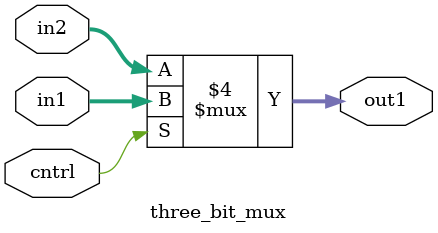
<source format=v>
module three_bit_mux(in1,in2,cntrl,out1);
input [2:0] in1;
input [2:0] in2;

input cntrl;

output reg [2:0] out1;

always@(in1,in2,cntrl) begin
if( cntrl == 0) begin
out1 = in2;
end else begin
out1 = in1;
end
end

endmodule
</source>
